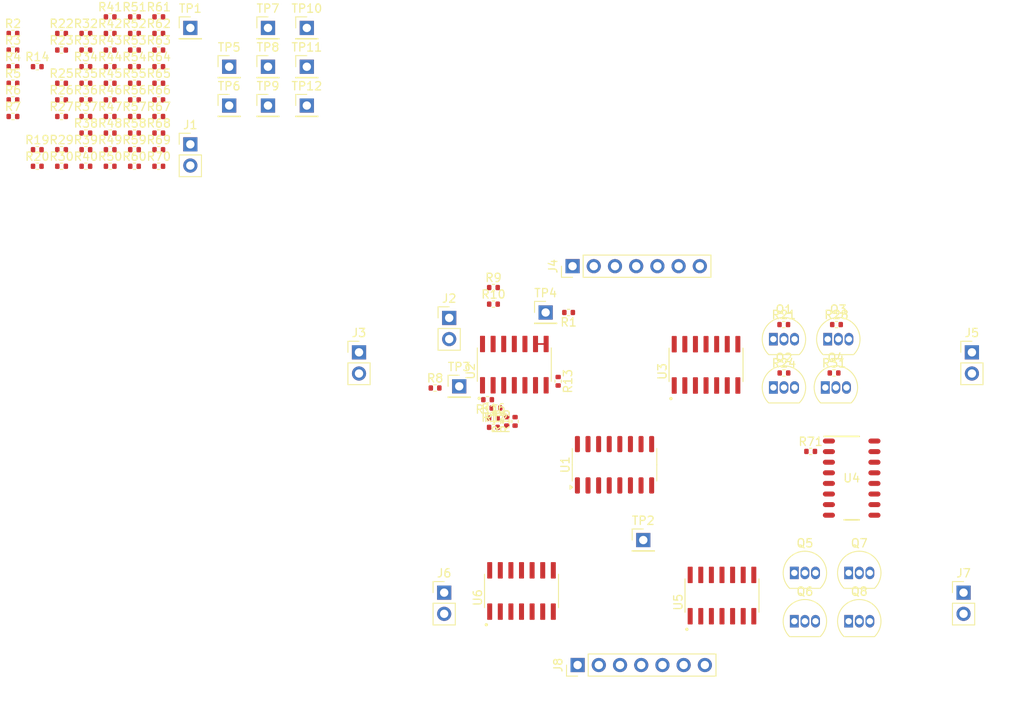
<source format=kicad_pcb>
(kicad_pcb (version 20240108) (generator "pcbnew") (generator_version "8.0")
  (layers (0 "F.Cu" signal) (31 "B.Cu" signal) (34 "B.Paste" user) (35 "F.Paste" user) (36 "B.SilkS" user "B.Silkscreen") (37 "F.SilkS" user "F.Silkscreen") (38 "B.Mask" user) (39 "F.Mask" user) (44 "Edge.Cuts" user))
  (net 0 "")
  (net 1 "Net-(J2-Pin_2)")
  (net 2 "Net-(J2-Pin_1)")
  (net 3 "Net-(Q2-B)")
  (net 4 "Net-(Q2-C)")
  (net 5 "Net-(Q3-C)")
  (net 6 "Net-(Q3-B)")
  (net 7 "Net-(Q4-C)")
  (net 8 "Net-(Q4-B)")
  (net 9 "Net-(Q5-B)")
  (net 10 "Net-(Q5-C)")
  (net 11 "Net-(U2C--)")
  (net 12 "Net-(U2A--)")
  (net 13 "Net-(R14-Pad2)")
  (net 14 "Net-(J1-Pin_2)")
  (net 15 "Net-(R11-Pad2)")
  (net 16 "Net-(U2A-+)")
  (net 17 "+3.3V")
  (net 18 "Net-(U2D--)")
  (net 19 "Net-(J1-Pin_1)")
  (net 20 "-15V")
  (net 21 "Net-(U2D-+)")
  (net 22 "Net-(R16-Pad1)")
  (net 23 "Net-(R17-Pad2)")
  (net 24 "Net-(U3A--)")
  (net 25 "+15V")
  (net 26 "Net-(Q1-C)")
  (net 27 "Net-(Q1-B)")
  (net 28 "Net-(Q6-C)")
  (net 29 "Net-(Q6-B)")
  (net 30 "Net-(Q7-B)")
  (net 31 "Net-(Q7-C)")
  (net 32 "Net-(Q8-B)")
  (net 33 "Net-(Q8-C)")
  (net 34 "Net-(U1A--)")
  (net 35 "Net-(U1A-+)")
  (net 36 "/V_out_attn_A")
  (net 37 "V_gain_A")
  (net 38 "Net-(U2C-+)")
  (net 39 "/V_in_VCA_A")
  (net 40 "pga_A_ctrl0")
  (net 41 "pga_A_ctrl1")
  (net 42 "pga_A_ctrl2")
  (net 43 "Net-(U3C-+)")
  (net 44 "pga_A_ctrl3")
  (net 45 "/pga_in_A")
  (net 46 "Net-(U3D--)")
  (net 47 "/A_inv")
  (net 48 "/A_non_inv")
  (net 49 "pga_B_ctrl0")
  (net 50 "Net-(U5A--)")
  (net 51 "/V_out_attn_B")
  (net 52 "/pga_in_B")
  (net 53 "pga_B_ctrl1")
  (net 54 "Net-(R43-Pad1)")
  (net 55 "Net-(R45-Pad2)")
  (net 56 "Net-(U6A-+)")
  (net 57 "V_gain_B")
  (net 58 "Net-(U6A--)")
  (net 59 "pga_B_ctrl2")
  (net 60 "Net-(U5C-+)")
  (net 61 "Net-(R53-Pad2)")
  (net 62 "pga_B_ctrl3")
  (net 63 "Net-(R58-Pad1)")
  (net 64 "/B_non_inv")
  (net 65 "Net-(U5D--)")
  (net 66 "/B_inv")
  (net 67 "Net-(U6C-+)")
  (net 68 "/V_in_VCA_B")
  (net 69 "Net-(U6D-+)")
  (net 70 "Net-(U6C--)")
  (net 71 "Net-(U6D--)")
  (net 72 "V_in_A")
  (net 73 "mux_en")
  (net 74 "/B_out")
  (net 75 "B_channel_sel")
  (net 76 "A_channel_sel")
  (net 77 "/A_out")
  (net 78 "V_in_B")
  (net 80 "Net-(U3B-+)")
  (net 81 "Net-(U3B--)")
  (net 82 "Net-(U5B-+)")
  (net 83 "Net-(U5B--)")
  (net 84 "GND")
  (net 85 "Net-(U1C-+)")
  (net 86 "Net-(U1C--)")
  (footprint "Resistor_SMD:R_0402_1005Metric" (layer "F.Cu") (at 33.51 23.28)
    (property "Reference" "R55")
    (property "Value" "100")
  )
  (footprint "Resistor_SMD:R_0402_1005Metric" (layer "F.Cu") (at 30.6 31.24)
    (property "Reference" "R49")
    (property "Value" "91k")
  )
  (footprint "Package_TO_SOT_THT:TO-92_Inline" (layer "F.Cu") (at 112.53 87.75)
    (property "Reference" "Q6")
    (property "Value" "2N3904")
  )
  (footprint "Resistor_SMD:R_0402_1005Metric" (layer "F.Cu") (at 33.51 29.25)
    (property "Reference" "R58")
    (property "Value" "50k")
  )
  (footprint "Connector_PinHeader_2.54mm:PinHeader_1x02_P2.54mm_Vertical" (layer "F.Cu") (at 60.4 55.525)
    (property "Reference" "J3")
    (property "Value" "Conn_01x02_Pin")
  )
  (footprint "Package_TO_SOT_THT:TO-92_Inline" (layer "F.Cu") (at 112.53 81.96)
    (property "Reference" "Q5")
    (property "Value" "2N3904")
  )
  (footprint "Resistor_SMD:R_0402_1005Metric" (layer "F.Cu") (at 24.78 23.28)
    (property "Reference" "R25")
    (property "Value" "1k")
  )
  (footprint "Resistor_SMD:R_0402_1005Metric" (layer "F.Cu") (at 36.42 29.25)
    (property "Reference" "R68")
    (property "Value" "10k")
  )
  (footprint "Resistor_SMD:R_0402_1005Metric" (layer "F.Cu") (at 18.96 19.3)
    (property "Reference" "R3")
    (property "Value" "10k")
  )
  (footprint "Connector_PinHeader_2.54mm:PinHeader_1x07_P2.54mm_Vertical" (layer "F.Cu") (at 85.975 45.2 90)
    (property "Reference" "J4")
    (property "Value" "Conn_01x07_Pin")
  )
  (footprint "Resistor_SMD:R_0402_1005Metric" (layer "F.Cu") (at 27.69 25.27)
    (property "Reference" "R36")
    (property "Value" "1k")
  )
  (footprint "Resistor_SMD:R_0402_1005Metric" (layer "F.Cu") (at 30.6 15.32)
    (property "Reference" "R41")
    (property "Value" "1k")
  )
  (footprint "Connector_PinHeader_2.54mm:PinHeader_1x02_P2.54mm_Vertical" (layer "F.Cu") (at 40.2 30.6)
    (property "Reference" "J1")
    (property "Value" "Conn_01x02_Pin")
  )
  (footprint "Resistor_SMD:R_0402_1005Metric" (layer "F.Cu") (at 36.42 31.24)
    (property "Reference" "R69")
    (property "Value" "10k")
  )
  (footprint "Resistor_SMD:R_0402_1005Metric" (layer "F.Cu") (at 30.6 25.27)
    (property "Reference" "R46")
    (property "Value" "10k")
  )
  (footprint "Resistor_SMD:R_0402_1005Metric" (layer "F.Cu") (at 27.69 27.26)
    (property "Reference" "R37")
    (property "Value" "100k")
  )
  (footprint "Connector_PinHeader_2.54mm:PinHeader_1x01_P2.54mm_Vertical" (layer "F.Cu") (at 54.15 21.3)
    (property "Reference" "TP11")
    (property "Value" "TestPoint")
  )
  (footprint "Resistor_SMD:R_0402_1005Metric" (layer "F.Cu") (at 30.6 21.29)
    (property "Reference" "R44")
    (property "Value" "3.3k")
  )
  (footprint "Resistor_SMD:R_0402_1005Metric" (layer "F.Cu") (at 30.6 19.3)
    (property "Reference" "R43")
    (property "Value" "91k")
  )
  (footprint "Resistor_SMD:R_0402_1005Metric" (layer "F.Cu") (at 27.69 31.24)
    (property "Reference" "R39")
    (property "Value" "0R")
  )
  (footprint "Resistor_SMD:R_0402_1005Metric" (layer "F.Cu") (at 24.78 25.27)
    (property "Reference" "R26")
    (property "Value" "100k")
  )
  (footprint "Resistor_SMD:R_0402_1005Metric" (layer "F.Cu") (at 76.49 63.4)
    (property "Reference" "R16")
    (property "Value" "91k")
  )
  (footprint "Resistor_SMD:R_0402_1005Metric" (layer "F.Cu") (at 30.6 23.28)
    (property "Reference" "R45")
    (property "Value" "10k")
  )
  (footprint "Package_TO_SOT_THT:TO-92_Inline" (layer "F.Cu") (at 116.53 53.95)
    (property "Reference" "Q3")
    (property "Value" "2N3904")
  )
  (footprint "Resistor_SMD:R_0402_1005Metric" (layer "F.Cu") (at 33.51 25.27)
    (property "Reference" "R56")
    (property "Value" "100")
  )
  (footprint "Resistor_SMD:R_0402_1005Metric" (layer "F.Cu") (at 18.96 27.26)
    (property "Reference" "R7")
    (property "Value" "10k")
  )
  (footprint "LM324:SOIC127P600X175-14N" (layer "F.Cu") (at 79 57 90)
    (property "Reference" "U2")
    (property "Value" "LM324")
  )
  (footprint "Resistor_SMD:R_0402_1005Metric" (layer "F.Cu") (at 21.87 21.29)
    (property "Reference" "R14")
    (property "Value" "10k")
  )
  (footprint "Resistor_SMD:R_0402_1005Metric" (layer "F.Cu") (at 18.96 23.28)
    (property "Reference" "R5")
    (property "Value" "100")
  )
  (footprint "Connector_PinHeader_2.54mm:PinHeader_1x01_P2.54mm_Vertical" (layer "F.Cu") (at 40.2 16.65)
    (property "Reference" "TP1")
    (property "Value" "TestPoint")
  )
  (footprint "Connector_PinHeader_2.54mm:PinHeader_1x01_P2.54mm_Vertical" (layer "F.Cu") (at 44.85 25.95)
    (property "Reference" "TP6")
    (property "Value" "TestPoint")
  )
  (footprint "Resistor_SMD:R_0402_1005Metric" (layer "F.Cu") (at 30.6 17.31)
    (property "Reference" "R42")
    (property "Value" "100k")
  )
  (footprint "Resistor_SMD:R_0402_1005Metric" (layer "F.Cu") (at 27.69 33.23)
    (property "Reference" "R40")
    (property "Value" "DNM")
  )
  (footprint "Package_TO_SOT_THT:TO-92_Inline" (layer "F.Cu") (at 110.02 53.95)
    (property "Reference" "Q1")
    (property "Value" "2N3904")
  )
  (footprint "Resistor_SMD:R_0402_1005Metric" (layer "F.Cu") (at 33.51 27.26)
    (property "Reference" "R57")
    (property "Value" "100k")
  )
  (footprint "Connector_PinHeader_2.54mm:PinHeader_1x01_P2.54mm_Vertical" (layer "F.Cu") (at 49.5 16.65)
    (property "Reference" "TP7")
    (property "Value" "TestPoint")
  )
  (footprint "Resistor_SMD:R_0402_1005Metric" (layer "F.Cu") (at 33.51 33.23)
    (property "Reference" "R60")
    (property "Value" "30k")
  )
  (footprint "Resistor_SMD:R_0402_1005Metric" (layer "F.Cu") (at 30.6 33.23)
    (property "Reference" "R50")
    (property "Value" "100k")
  )
  (footprint "Resistor_SMD:R_0402_1005Metric" (layer "F.Cu") (at 27.69 23.28)
    (property "Reference" "R35")
    (property "Value" "10k")
  )
  (footprint "Resistor_SMD:R_0402_1005Metric" (layer "F.Cu") (at 84.25 58.99 -90)
    (property "Reference" "R13")
    (property "Value" "120k")
  )
  (footprint "Resistor_SMD:R_0402_1005Metric" (layer "F.Cu") (at 33.51 17.31)
    (property "Reference" "R52")
    (property "Value" "10k")
  )
  (footprint "Resistor_SMD:R_0402_1005Metric" (layer "F.Cu") (at 79.09 63.8 90)
    (property "Reference" "R15")
    (property "Value" "91k")
  )
  (footprint "Resistor_SMD:R_0402_1005Metric" (layer "F.Cu") (at 33.51 19.3)
    (property "Reference" "R53")
    (property "Value" "91k")
  )
  (footprint "Connector_PinHeader_2.54mm:PinHeader_1x01_P2.54mm_Vertical" (layer "F.Cu") (at 44.85 21.3)
    (property "Reference" "TP5")
    (property "Value" "TestPoint")
  )
  (footprint "Resistor_SMD:R_0402_1005Metric" (layer "F.Cu") (at 27.69 17.31)
    (property "Reference" "R32")
    (property "Value" "0R")
  )
  (footprint "Resistor_SMD:R_0402_1005Metric" (layer "F.Cu") (at 76.5 49.75)
    (property "Reference" "R10")
    (property "Value" "100k")
  )
  (footprint "Package_TO_SOT_THT:TO-92_Inline" (layer "F.Cu") (at 119.04 81.96)
    (property "Reference" "Q7")
    (property "Value" "2N3904")
  )
  (footprint "Resistor_SMD:R_0402_1005Metric" (layer "F.Cu") (at 27.69 21.29)
    (property "Reference" "R34")
    (property "Value" "10k")
  )
  (footprint "Resistor_SMD:R_0402_1005Metric" (layer "F.Cu") (at 76.8 62.2 180)
    (property "Reference" "R12")
    (property "Value" "10k")
  )
  (footprint "Resistor_SMD:R_0402_1005Metric" (layer "F.Cu") (at 18.96 17.31)
    (property "Reference" "R2")
    (property "Value" "100")
  )
  (footprint "Resistor_SMD:R_0402_1005Metric" (layer "F.Cu") (at 21.87 33.23)
    (property "Reference" "R20")
    (property "Value" "100k")
  )
  (footprint "Resistor_SMD:R_0402_1005Metric" (layer "F.Cu") (at 21.87 31.24)
    (property "Reference" "R19")
    (property "Value" "1k")
  )
  (footprint "Package_TO_SOT_THT:TO-92_Inline" (layer "F.Cu") (at 116.24 59.74)
    (property "Reference" "Q4")
    (property "Value" "2N3904")
  )
  (footprint "Resistor_SMD:R_0402_1005Metric" (layer "F.Cu") (at 30.6 27.26)
    (property "Reference" "R47")
    (property "Value" "10k")
  )
  (footprint "Resistor_SMD:R_0402_1005Metric" (layer "F.Cu") (at 85.5 50.75 180)
    (property "Reference" "R1")
    (property "Value" "10k")
  )
  (footprint "Resistor_SMD:R_0402_1005Metric" (layer "F.Cu") (at 27.69 19.3)
    (property "Reference" "R33")
    (property "Value" "DNM")
  )
  (footprint "Package_TO_SOT_THT:TO-92_Inline" (layer "F.Cu") (at 110.02 59.74)
    (property "Reference" "Q2")
    (property "Value" "2N3904")
  )
  (footprint "Resistor_SMD:R_0402_1005Metric" (layer "F.Cu") (at 24.78 31.24)
    (property "Reference" "R29")
    (property "Value" "1k")
  )
  (footprint "Connector_PinHeader_2.54mm:PinHeader_1x02_P2.54mm_Vertical" (layer "F.Cu") (at 133.8 55.525)
    (property "Reference" "J5")
    (property "Value" "Conn_01x02_Pin")
  )
  (footprint "LM324:SOIC127P600X175-14N" (layer "F.Cu") (at 101.96 57.025 90)
    (property "Reference" "U3")
    (property "Value" "LM324")
  )
  (footprint "Resistor_SMD:R_0402_1005Metric" (layer "F.Cu") (at 27.69 29.25)
    (property "Reference" "R38")
    (property "Value" "1.4k")
  )
  (footprint "Resistor_SMD:R_0402_1005Metric" (layer "F.Cu") (at 111.29 58)
    (property "Reference" "R24")
    (property "Value" "3.3k")
  )
  (footprint "Connector_PinHeader_2.54mm:PinHeader_1x02_P2.54mm_Vertical" (layer "F.Cu") (at 132.8 84.325)
    (property "Reference" "J7")
    (property "Value" "Conn_01x02_Pin")
  )
  (footprint "Resistor_SMD:R_0402_1005Metric" (layer "F.Cu") (at 36.42 27.26)
    (property "Reference" "R67")
    (property "Value" "10k")
  )
  (footprint "Connector_PinHeader_2.54mm:PinHeader_1x01_P2.54mm_Vertical" (layer "F.Cu") (at 94.445 78.025)
    (property "Reference" "TP2")
    (property "Value" "TestPoint")
  )
  (footprint "Connector_PinHeader_2.54mm:PinHeader_1x01_P2.54mm_Vertical" (layer "F.Cu") (at 49.5 25.95)
    (property "Reference" "TP9")
    (property "Value" "TestPoint")
  )
  (footprint "Resistor_SMD:R_0402_1005Metric" (layer "F.Cu") (at 33.51 15.32)
    (property "Reference" "R51")
    (property "Value" "10k")
  )
  (footprint "Connector_PinHeader_2.54mm:PinHeader_1x01_P2.54mm_Vertical" (layer "F.Cu") (at 82.75 50.75)
    (property "Reference" "TP4")
    (property "Value" "TestPoint")
  )
  (footprint "Resistor_SMD:R_0402_1005Metric" (layer "F.Cu") (at 24.78 27.26)
    (property "Reference" "R27")
    (property "Value" "10k")
  )
  (footprint "Resistor_SMD:R_0402_1005Metric" (layer "F.Cu") (at 18.96 25.27)
    (property "Reference" "R6")
    (property "Value" "50k")
  )
  (footprint "Resistor_SMD:R_0402_1005Metric" (layer "F.Cu") (at 78.09 63.8 90)
    (property "Reference" "R18")
    (property "Value" "10k")
  )
  (footprint "Resistor_SMD:R_0402_1005Metric" (layer "F.Cu") (at 69.51 59.8)
    (property "Reference" "R8")
    (property "Value" "30k")
  )
  (footprint "Resistor_SMD:R_0402_1005Metric" (layer "F.Cu") (at 33.51 31.24)
    (property "Reference" "R59")
    (property "Value" "100k")
  )
  (footprint "Connector_PinHeader_2.54mm:PinHeader_1x02_P2.54mm_Vertical" (layer "F.Cu") (at 70.6 84.325)
    (property "Reference" "J6")
    (property "Value" "Conn_01x02_Pin")
  )
  (footprint "Connector_PinHeader_2.54mm:PinHeader_1x02_P2.54mm_Vertical" (layer "F.Cu") (at 71.2 51.4)
    (property "Reference" "J2")
    (property "Value" "Conn_01x02_Pin")
  )
  (footprint "LM324:SOIC127P600X175-14N" (layer "F.Cu") (at 103.87 84.675 90)
    (property "Reference" "U5")
    (property "Value" "LM324")
  )
  (footprint "footprints:D0016A_N" (layer "F.Cu") (at 119.4 70.6)
    (property "Reference" "U4")
    (property "Value" "MUX509ID")
  )
  (footprint "Resistor_SMD:R_0402_1005Metric" (layer "F.Cu") (at 24.78 33.23)
    (property "Reference" "R30")
    (property "Value" "100k")
  )
  (footprint "Resistor_SMD:R_0402_1005Metric" (layer "F.Cu") (at 117.58 52.2)
    (property "Reference" "R28")
    (property "Value" "10k")
  )
  (footprint "Resistor_SMD:R_0402_1005Metric" (layer "F.Cu") (at 111.27 52.2)
    (property "Reference" "R21")
    (property "Value" "1.4k")
  )
  (footprint "Resistor_SMD:R_0402_1005Metric" (layer "F.Cu") (at 36.42 23.28)
    (property "Reference" "R65")
    (property "Value" "100k")
  )
  (footprint "Resistor_SMD:R_0402_1005Metric" (layer "F.Cu") (at 75.8 61.2 180)
    (property "Reference" "R11")
    (property "Value" "91k")
  )
  (footprint "Resistor_SMD:R_0402_1005Metric" (layer "F.Cu") (at 36.42 19.3)
    (property "Reference" "R63")
    (property "Value" "10k")
  )
  (footprint "Connector_PinHeader_2.54mm:PinHeader_1x01_P2.54mm_Vertical" (layer "F.Cu") (at 72.4 59.6)
    (property "Reference" "TP3")
    (property "Value" "TestPoint")
  )
  (footprint "Package_TO_SOT_THT:TO-92_Inline" (layer "F.Cu") (at 119.04 87.75)
    (property "Reference" "Q8")
    (property "Value" "2N3904")
  )
  (footprint "Connector_PinHeader_2.54mm:PinHeader_1x01_P2.54mm_Vertical" (layer "F.Cu") (at 49.5 21.3)
    (property "Reference" "TP8")
    (property "Value" "TestPoint")
  )
  (footprint "Resistor_SMD:R_0402_1005Metric" (layer "F.Cu") (at 36.42 25.27)
    (property "Reference" "R66")
    (property "Value" "100k")
  )
  (footprint "Resistor_SMD:R_0402_1005Metric" (layer "F.Cu") (at 24.78 19.3)
    (property "Reference" "R23")
    (property "Value" "100k")
  )
  (footprint "Package_SO:SOIC-16_3.9x9.9mm_P1.27mm" (layer "F.Cu") (at 91 69 90)
    (property "Reference" "U1")
    (property "Value" "LM13700")
  )
  (footprint "Connector_PinHeader_2.54mm:PinHeader_1x01_P2.54mm_Vertical" (layer "F.Cu") (at 54.15 16.65)
    (property "Reference" "TP10")
    (property "Value" "TestPoint")
  )
  (footprint "Resistor_SMD:R_0402_1005Metric" (layer "F.Cu") (at 36.42 15.32)
    (property "Reference" "R61")
    (property "Value" "10k")
  )
  (footprint "Resistor_SMD:R_0402_1005Metric" (layer "F.Cu") (at 36.42 21.29)
    (property "Reference" "R64")
    (property "Value" "120k")
  )
  (footprint "Resistor_SMD:R_0402_1005Metric" (layer "F.Cu") (at 18.96 21.29)
    (property "Reference" "R4")
    (property "Value" "10k")
  )
  (footprint "LM324:SOIC127P600X175-14N" (layer "F.Cu") (at 79.86 84.125 90)
    (property "Reference" "U6")
    (property "Value" "LM324")
  )
  (footprint "Resistor_SMD:R_0402_1005Metric" (layer "F.Cu") (at 24.78 17.31)
    (property "Reference" "R22")
    (property "Value" "1k")
  )
  (footprint "Resistor_SMD:R_0402_1005Metric" (layer "F.Cu") (at 30.6 29.25)
    (property "Reference" "R48")
    (property "Value" "1k")
  )
  (footprint "Resistor_SMD:R_0402_1005Metric" (layer "F.Cu") (at 114.49 67.4)
    (property "Reference" "R71")
    (property "Value" "100k")
  )
  (footprint "Resistor_SMD:R_0402_1005Metric" (layer "F.Cu") (at 36.42 17.31)
    (property "Reference" "R62")
    (property "Value" "10k")
  )
  (footprint "Resistor_SMD:R_0402_1005Metric" (layer "F.Cu") (at 36.42 33.23)
    (property "Reference" "R70")
    (property "Value" "10k")
  )
  (footprint "Connector_PinHeader_2.54mm:PinHeader_1x01_P2.54mm_Vertical" (layer "F.Cu") (at 54.15 25.95)
    (property "Reference" "TP12")
    (property "Value" "TestPoint")
  )
  (footprint "Resistor_SMD:R_0402_1005Metric" (layer "F.Cu") (at 33.51 21.29)
    (property "Reference" "R54")
    (property "Value" "1k")
  )
  (footprint "Connector_PinHeader_2.54mm:PinHeader_1x07_P2.54mm_Vertical" (layer "F.Cu") (at 86.58 93 90)
    (property "Reference" "J8")
    (property "Value" "Conn_01x07_Pin")
  )
  (footprint "Resistor_SMD:R_0402_1005Metric" (layer "F.Cu") (at 117.29 58)
    (property "Reference" "R31")
    (property "Value" "100k")
  )
  (footprint "Resistor_SMD:R_0402_1005Metric" (layer "F.Cu") (at 76.5 47.76)
    (property "Reference" "R9")
    (property "Value" "100k")
  )
  (footprint "Resistor_SMD:R_0402_1005Metric" (layer "F.Cu") (at 76.49 64.51)
    (property "Reference" "R17")
    (property "Value" "10k")
  )
  (segment (start 82.81 54.525) (end 81.54 54.525) (width 0.2) (layer "F.Cu") (net 11))
)
</source>
